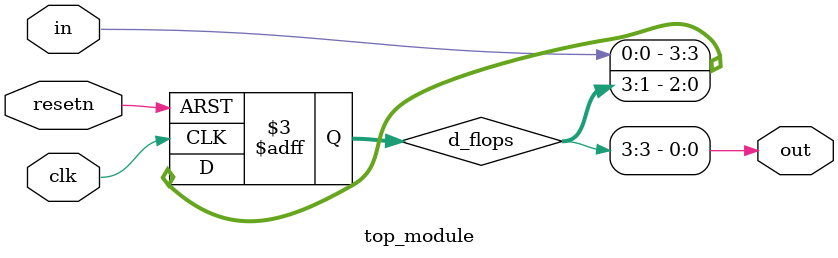
<source format=sv>
module top_module (
	input clk,
	input resetn,
	input in,
	output out
);
	// Declare four D flops
	reg [3:0] d_flops;

	// Declare the output
	wire out;

	// Assign the output from the last D flop to the 'out' wire
	assign out = d_flops[3];

	// Shift the contents of the D flops
	always @(posedge clk or negedge resetn) begin
		if (!resetn) begin
			d_flops <= 4'b0;
		end else begin
			d_flops <= {in, d_flops[3:1]};
		end
	end
endmodule

</source>
